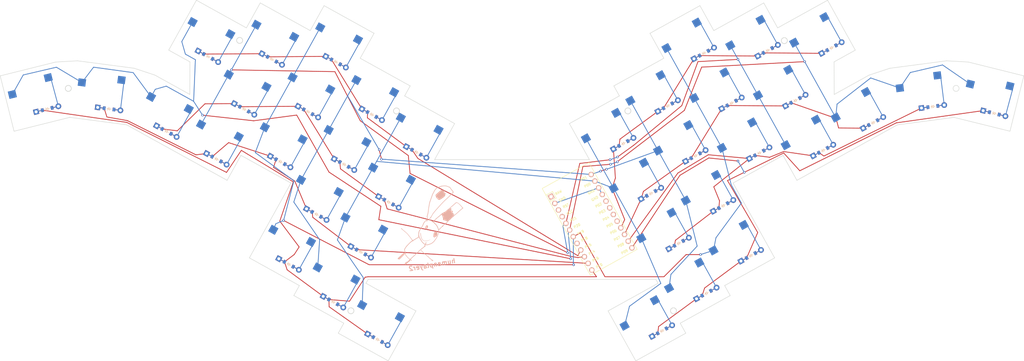
<source format=kicad_pcb>
(kicad_pcb (version 20240108) (generator "pcbnew") (generator_version "8.0")
  (title_block (title "laserraven") (rev "1.0.0") (company "Rasmus K. Rendsvig (humanplayer2)"))
  (layers (0 "F.Cu" signal) (31 "B.Cu" signal) (34 "B.Paste" user) (35 "F.Paste" user) (36 "B.SilkS" user "B.Silkscreen") (37 "F.SilkS" user "F.Silkscreen") (38 "B.Mask" user) (39 "F.Mask" user) (44 "Edge.Cuts" user))
  (net 0 "")
  (net 1 "P20")
  (net 2 "far_home")
  (net 3 "mid_home")
  (net 4 "pinky_home")
  (net 5 "P21")
  (net 6 "ring_bottom")
  (net 7 "ring_home")
  (net 8 "ring_top")
  (net 9 "P19")
  (net 10 "middle_bottom")
  (net 11 "middle_home")
  (net 12 "middle_top")
  (net 13 "P1")
  (net 14 "index_bottom")
  (net 15 "index_home")
  (net 16 "index_top")
  (net 17 "P0")
  (net 18 "inner_bottom")
  (net 19 "inner_home")
  (net 20 "inner_top")
  (net 21 "ring_midtop")
  (net 22 "out_thumb")
  (net 23 "home_thumb")
  (net 24 "in_thumb")
  (net 25 "mirror_far_home")
  (net 26 "mirror_mid_home")
  (net 27 "mirror_pinky_home")
  (net 28 "mirror_ring_bottom")
  (net 29 "mirror_ring_home")
  (net 30 "mirror_ring_top")
  (net 31 "mirror_middle_bottom")
  (net 32 "mirror_middle_home")
  (net 33 "mirror_middle_top")
  (net 34 "mirror_index_bottom")
  (net 35 "mirror_index_home")
  (net 36 "mirror_index_top")
  (net 37 "mirror_inner_bottom")
  (net 38 "mirror_inner_home")
  (net 39 "mirror_inner_top")
  (net 40 "mirror_ring_midtop")
  (net 41 "mirror_out_thumb")
  (net 42 "mirror_home_thumb")
  (net 43 "mirror_in_thumb")
  (net 44 "P10")
  (net 45 "P16")
  (net 46 "P14")
  (net 47 "P15")
  (net 48 "P9")
  (net 49 "P8")
  (net 50 "P7")
  (net 51 "P6")
  (net 52 "RAW")
  (net 53 "GND")
  (net 54 "RST")
  (net 55 "VCC")
  (net 56 "P18")
  (net 57 "P2")
  (net 58 "P3")
  (net 59 "P4")
  (net 60 "P5")
  (footprint "MX" (layer "F.Cu") (at 161.649469 145.223087 -29)
    (property "Reference" "S12" (hide yes))
    (property "Value" "" (hide yes))
  )
  (footprint "ComboDiode" (layer "F.Cu") (at 119.402351 149.245628 -29)
    (property "Reference" "D5" (hide yes))
    (property "Value" "" (hide yes))
  )
  (footprint "ComboDiode" (layer "F.Cu") (at 328.524459 153.743164 29)
    (property "Reference" "D22" (hide yes))
    (property "Value" "" (hide yes))
  )
  (footprint "ComboDiode" (layer "F.Cu") (at 254.684264 177.294476 29)
    (property "Reference" "D33" (hide yes))
    (property "Value" "" (hide yes))
  )
  (footprint "MX" (layer "F.Cu") (at 93.373385 150.824491 -29)
    (property "Reference" "S3" (hide yes))
    (property "Value" "" (hide yes))
  )
  (footprint "ComboDiode" (layer "F.Cu") (at 311.906689 162.954545 29)
    (property "Reference" "D23" (hide yes))
    (property "Value" "" (hide yes))
  )
  (footprint "MX" (layer "F.Cu") (at 152.43809 161.840859 -29)
    (property "Reference" "S11" (hide yes))
    (property "Value" "" (hide yes))
  )
  (footprint "MX" (layer "F.Cu") (at 306.858783 160.035875 29)
    (property "Reference" "S23" (hide yes))
    (property "Value" "" (hide yes))
  )
  (footprint "MX" (layer "F.Cu") (at 119.202544 143.418102 -29)
    (property "Reference" "S5" (hide yes))
    (property "Value" "" (hide yes))
  )
  (footprint "ComboDiode" (layer "F.Cu") (at 134.215137 200.903943 -29)
    (property "Reference" "D17" (hide yes))
    (property "Value" "" (hide yes))
  )
  (footprint "MX" (layer "F.Cu") (at 158.002205 190.993578 -29)
    (property "Reference" "S13" (hide yes))
    (property "Value" "" (hide yes))
  )
  (footprint "MX" (layer "F.Cu") (at 49.769491 145.083926 14)
    (property "Reference" "S1" (hide yes))
    (property "Value" "" (hide yes))
  )
  (footprint "ComboDiode" (layer "F.Cu") (at 163.766131 225.973818 -29)
    (property "Reference" "D19" (hide yes))
    (property "Value" "" (hide yes))
  )
  (footprint "MX" (layer "F.Cu") (at 167.213582 174.375803 -29)
    (property "Reference" "S14" (hide yes))
    (property "Value" "" (hide yes))
  )
  (footprint "ComboDiode" (layer "F.Cu") (at 293.483922 129.718993 29)
    (property "Reference" "D25" (hide yes))
    (property "Value" "" (hide yes))
  )
  (footprint "ComboDiode" (layer "F.Cu") (at 176.624783 163.585558 -29)
    (property "Reference" "D15" (hide yes))
    (property "Value" "" (hide yes))
  )
  (footprint "ComboDiode" (layer "F.Cu") (at 148.990635 213.438877 -29)
    (property "Reference" "D18" (hide yes))
    (property "Value" "" (hide yes))
  )
  (footprint "ComboDiode" (layer "F.Cu") (at 260.24838 148.141763 29)
    (property "Reference" "D31" (hide yes))
    (property "Value" "" (hide yes))
  )
  (footprint "ComboDiode" (layer "F.Cu") (at 152.637902 167.668389 -29)
    (property "Reference" "D11" (hide yes))
    (property "Value" "" (hide yes))
  )
  (footprint "ComboDiode" (layer "F.Cu") (at 290.683223 163.857039 29)
    (property "Reference" "D26" (hide yes))
    (property "Value" "" (hide yes))
  )
  (footprint "MX" (layer "F.Cu") (at 276.423935 144.3206 29)
    (property "Reference" "S27" (hide yes))
    (property "Value" "" (hide yes))
  )
  (footprint "MX" (layer "F.Cu") (at 149.637387 127.702826 -29)
    (property "Reference" "S9" (hide yes))
    (property "Value" "" (hide yes))
  )
  (footprint "MX" (layer "F.Cu") (at 268.05912 207.611356 29)
    (property "Reference" "S37" (hide yes))
    (property "Value" "" (hide yes))
  )
  (footprint "MX" (layer "F.Cu") (at 134.015324 195.076417 -29)
    (property "Reference" "S17" (hide yes))
    (property "Value" "" (hide yes))
  )
  (footprint "ComboDiode" (layer "F.Cu") (at 281.47184 147.239266 29)
    (property "Reference" "D27" (hide yes))
    (property "Value" "" (hide yes))
  )
  (footprint "ComboDiode" (layer "F.Cu") (at 263.895643 193.912246 29)
    (property "Reference" "D32" (hide yes))
    (property "Value" "" (hide yes))
  )
  (footprint "MX" (layer "F.Cu") (at 131.214626 160.938372 -29)
    (property "Reference" "S7" (hide yes))
    (property "Value" "" (hide yes))
  )
  (footprint "MX" (layer "F.Cu") (at 249.636354 174.375804 29)
    (property "Reference" "S33" (hide yes))
    (property "Value" "" (hide yes))
  )
  (footprint "MX" (layer "F.Cu") (at 344.733564 143.814984 7.5)
    (property "Reference" "S21" (hide yes))
    (property "Value" "" (hide yes))
  )
  (footprint "MX" (layer "F.Cu") (at 323.476557 150.824493 29)
    (property "Reference" "S22" (hide yes))
    (property "Value" "" (hide yes))
  )
  (footprint "ComboDiode" (layer "F.Cu") (at 131.414437 166.765899 -29)
    (property "Reference" "D7" (hide yes))
    (property "Value" "" (hide yes))
  )
  (footprint "MX" (layer "F.Cu") (at 288.436018 126.800328 29)
    (property "Reference" "S25" (hide yes))
    (property "Value" "" (hide yes))
  )
  (footprint "MX" (layer "F.Cu") (at 128.413923 126.800323 -29)
    (property "Reference" "S6" (hide yes))
    (property "Value" "" (hide yes))
  )
  (footprint "MX" (layer "F.Cu") (at 297.647398 143.418098 29)
    (property "Reference" "S24" (hide yes))
    (property "Value" "" (hide yes))
  )
  (footprint "MX" (layer "F.Cu") (at 143.22671 178.458644 -29)
    (property "Reference" "S10" (hide yes))
    (property "Value" "" (hide yes))
  )
  (footprint "ComboDiode" (layer "F.Cu") (at 74.438082 149.163783 -7.5)
    (property "Reference" "D2" (hide yes))
    (property "Value" "" (hide yes))
  )
  (footprint "MX" (layer "F.Cu") (at 273.623234 178.458642 29)
    (property "Reference" "S29" (hide yes))
    (property "Value" "" (hide yes))
  )
  (footprint "ComboDiode" (layer "F.Cu") (at 245.472881 160.676698 29)
    (property "Reference" "D34" (hide yes))
    (property "Value" "" (hide yes))
  )
  (footprint "ComboDiode" (layer "F.Cu") (at 258.33153 223.064956 29)
    (property "Reference" "D38" (hide yes))
    (property "Value" "" (hide yes))
  )
  (footprint "MX" (layer "F.Cu") (at 367.08045 145.083931 -14)
    (property "Reference" "S20" (hide yes))
    (property "Value" "" (hide yes))
  )
  (footprint "ComboDiode" (layer "F.Cu") (at 140.625815 150.148123 -29)
    (property "Reference" "D8" (hide yes))
    (property "Value" "" (hide yes))
  )
  (footprint "MX" (layer "F.Cu") (at 240.42497 157.758031 29)
    (property "Reference" "S34" (hide yes))
    (property "Value" "" (hide yes))
  )
  (footprint "MX" (layer "F.Cu") (at 109.991156 160.035875 -29)
    (property "Reference" "S4" (hide yes))
    (property "Value" "" (hide yes))
  )
  (footprint "ComboDiode" (layer "F.Cu") (at 128.613737 132.627856 -29)
    (property "Reference" "D6" (hide yes))
    (property "Value" "" (hide yes))
  )
  (footprint "ComboDiode" (layer "F.Cu") (at 93.573197 156.652021 -29)
    (property "Reference" "D3" (hide yes))
    (property "Value" "" (hide yes))
  )
  (footprint "MX" (layer "F.Cu") (at 258.847738 190.993577 29)
    (property "Reference" "S32" (hide yes))
    (property "Value" "" (hide yes))
  )
  (footprint "MX" (layer "F.Cu") (at 107.19046 125.897831 -29)
    (property "Reference" "S16" (hide yes))
    (property "Value" "" (hide yes))
  )
  (footprint "ComboDiode" (layer "F.Cu") (at 287.882525 197.995087 29)
    (property "Reference" "D36" (hide yes))
    (property "Value" "" (hide yes))
  )
  (footprint "ComboDiode" (layer "F.Cu") (at 149.837204 133.530349 -29)
    (property "Reference" "D9" (hide yes))
    (property "Value" "" (hide yes))
  )
  (footprint "MX" (layer "F.Cu") (at 267.212552 127.702825 29)
    (property "Reference" "S28" (hide yes))
    (property "Value" "" (hide yes))
  )
  (footprint "silkscreens:kanin_hp2" (layer "F.Cu") (at 181.130944 189.064595 -45)
    (property "Reference" "humanplayer2")
    (property "Value" "LOGO" (hide yes))
  )
  (footprint "ComboDiode" (layer "F.Cu") (at 161.849283 151.050614 -29)
    (property "Reference" "D12" (hide yes))
    (property "Value" "" (hide yes))
  )
  (footprint "ComboDiode" (layer "F.Cu") (at 107.390271 131.725359 -29)
    (property "Reference" "D16" (hide yes))
    (property "Value" "" (hide yes))
  )
  (footprint "ComboDiode" (layer "F.Cu") (at 158.202018 196.8211 -29)
    (property "Reference" "D13" (hide yes))
    (property "Value" "" (hide yes))
  )
  (footprint "ComboDiode" (layer "F.Cu") (at 302.695307 146.33677 29)
    (property "Reference" "D24" (hide yes))
    (property "Value" "" (hide yes))
  )
  (footprint "MX" (layer "F.Cu") (at 285.635319 160.938371 29)
    (property "Reference" "S26" (hide yes))
    (property "Value" "" (hide yes))
  )
  (footprint "MX" (layer "F.Cu") (at 163.566324 220.146293 -29)
    (property "Reference" "S19" (hide yes))
    (property "Value" "" (hide yes))
  )
  (footprint "ComboDiode" (layer "F.Cu") (at 272.260458 130.621492 29)
    (property "Reference" "D28" (hide yes))
    (property "Value" "" (hide yes))
  )
  (footprint "MX" (layer "F.Cu") (at 264.411853 161.840867 29)
    (property "Reference" "S30" (hide yes))
    (property "Value" "" (hide yes))
  )
  (footprint "ComboDiode" (layer "F.Cu") (at 53.889991 149.209645 14)
    (property "Reference" "D1" (hide yes))
    (property "Value" "" (hide yes))
  )
  (footprint "ComboDiode" (layer "F.Cu") (at 314.70739 128.816501 29)
    (property "Reference" "D35" (hide yes))
    (property "Value" "" (hide yes))
  )
  (footprint "MX" (layer "F.Cu") (at 309.659485 125.897826 29)
    (property "Reference" "S35" (hide yes))
    (property "Value" "" (hide yes))
  )
  (footprint "MX" (layer "F.Cu") (at 176.42497 157.758029 -29)
    (property "Reference" "S15" (hide yes))
    (property "Value" "" (hide yes))
  )
  (footprint "ProMicro" (layer "F.Cu") (at 234.860856 186.910739 -61)
    (property "Reference" "MCU1" (hide yes))
    (property "Value" "" (hide yes))
  )
  (footprint "MX" (layer "F.Cu") (at 72.116378 143.814985 -7.5)
    (property "Reference" "S2" (hide yes))
    (property "Value" "" (hide yes))
  )
  (footprint "ComboDiode" (layer "F.Cu") (at 143.426521 184.286172 -29)
    (property "Reference" "D10" (hide yes))
    (property "Value" "" (hide yes))
  )
  (footprint "ComboDiode" (layer "F.Cu") (at 348.360528 148.380627 7.5)
    (property "Reference" "D21" (hide yes))
    (property "Value" "" (hide yes))
  )
  (footprint "MX" (layer "F.Cu") (at 253.283626 220.146291 29)
    (property "Reference" "S38" (hide yes))
    (property "Value" "" (hide yes))
  )
  (footprint "MX" (layer "F.Cu") (at 140.426006 144.320596 -29)
    (property "Reference" "S8" (hide yes))
    (property "Value" "" (hide yes))
  )
  (footprint "MX" (layer "F.Cu") (at 255.200467 145.223093 29)
    (property "Reference" "S31" (hide yes))
    (property "Value" "" (hide yes))
  )
  (footprint "ComboDiode" (layer "F.Cu") (at 110.190971 165.8634 -29)
    (property "Reference" "D4" (hide yes))
    (property "Value" "" (hide yes))
  )
  (footprint "ComboDiode" (layer "F.Cu") (at 278.671144 181.377313 29)
    (property "Reference" "D29" (hide yes))
    (property "Value" "" (hide yes))
  )
  (footprint "ComboDiode" (layer "F.Cu") (at 273.107029 210.53002 29)
    (property "Reference" "D37" (hide yes))
    (property "Value" "" (hide yes))
  )
  (footprint "MX" (layer "F.Cu") (at 148.79082 207.611352 -29)
    (property "Reference" "S18" (hide yes))
    (property "Value" "" (hide yes))
  )
  (footprint "ComboDiode" (layer "F.Cu") (at 167.413398 180.203327 -29)
    (property "Reference" "D14" (hide yes))
    (property "Value" "" (hide yes))
  )
  (footprint "ComboDiode" (layer "F.Cu") (at 368.781726 150.661174 -14)
    (property "Reference" "D20" (hide yes))
    (property "Value" "" (hide yes))
  )
  (footprint "ComboDiode" (layer "F.Cu") (at 269.459758 164.759538 29)
    (property "Reference" "D30" (hide yes))
    (property "Value" "" (hide yes))
  )
  (footprint "MX" (layer "F.Cu") (at 282.834617 195.076415 29)
    (property "Reference" "S36" (hide yes))
    (property "Value" "" (hide yes))
  )
  (gr_line (start 145.934194 114.788245) (end 141.328504 123.097126) (stroke (width 0.15)) (layer "Edge.Cuts"))
  (gr_line (start 298.5499 164.641569) (end 303.155584 172.950451) (stroke (width 0.15)) (layer "Edge.Cuts"))
  (gr_line (start 56.689045 133.567862) (end 38.253423 138.164377) (stroke (width 0.15)) (layer "Edge.Cuts"))
  (gr_line (start 234.168799 166.066916) (end 182.681137 166.066917) (stroke (width 0.15)) (layer "Edge.Cuts"))
  (gr_line (start 189.339551 154.054832) (end 172.721776 144.843452) (stroke (width 0.15)) (layer "Edge.Cuts"))
  (gr_line (start 336.554833 154.473709) (end 303.155584 172.950451) (stroke (width 0.15)) (layer "Edge.Cuts"))
  (gr_line (start 120.105035 122.194632) (end 103.487262 112.983253) (stroke (width 0.15)) (layer "Edge.Cuts"))
  (gr_line (start 352.912287 133.156259) (end 334.074834 135.636254) (stroke (width 0.15)) (layer "Edge.Cuts"))
  (gr_line (start 150.651739 223.849481) (end 167.269519 233.060868) (stroke (width 0.15)) (layer "Edge.Cuts"))
  (gr_line (start 292.139212 113.885749) (end 275.52144 123.097126) (stroke (width 0.15)) (layer "Edge.Cuts"))
  (gr_line (start 118.300044 164.641566) (end 134.917822 173.852948) (stroke (width 0.15)) (layer "Edge.Cuts"))
  (gr_line (start 327.179756 137.909914) (end 315.547311 144.357878) (stroke (width 0.15)) (layer "Edge.Cuts"))
  (gr_line (start 266.198205 223.849482) (end 264.355924 220.525931) (stroke (width 0.15)) (layer "Edge.Cuts"))
  (gr_line (start 336.554833 154.473709) (end 355.392289 151.993711) (stroke (width 0.15)) (layer "Edge.Cuts"))
  (gr_line (start 244.128168 144.843453) (end 227.510393 154.054834) (stroke (width 0.15)) (layer "Edge.Cuts"))
  (gr_line (start 182.681137 166.066917) (end 189.339551 154.054832) (stroke (width 0.15)) (layer "Edge.Cuts"))
  (gr_line (start 162.551968 123.99963) (end 145.934194 114.788245) (stroke (width 0.15)) (layer "Edge.Cuts"))
  (gr_line (start 270.915749 114.788248) (end 254.297972 123.999628) (stroke (width 0.15)) (layer "Edge.Cuts"))
  (gr_line (start 295.749192 198.779607) (end 281.932121 173.85295) (stroke (width 0.15)) (layer "Edge.Cuts"))
  (gr_line (start 141.328504 123.097126) (end 124.710728 113.885748) (stroke (width 0.15)) (layer "Edge.Cuts"))
  (gr_line (start 94.275877 129.60103) (end 103.487262 112.983253) (stroke (width 0.15)) (layer "Edge.Cuts"))
  (gr_line (start 315.547311 144.357878) (end 315.51151 133.515866) (stroke (width 0.15)) (layer "Edge.Cuts"))
  (gr_line (start 280.973696 211.314551) (end 279.13142 207.990994) (stroke (width 0.15)) (layer "Edge.Cuts"))
  (gr_line (start 275.52144 123.097126) (end 270.915749 114.788248) (stroke (width 0.15)) (layer "Edge.Cuts"))
  (gr_line (start 134.917822 173.852948) (end 121.100743 198.779613) (stroke (width 0.15)) (layer "Edge.Cuts"))
  (gr_line (start 360.160893 133.567863) (end 352.912287 133.156259) (stroke (width 0.15)) (layer "Edge.Cuts"))
  (gr_line (start 227.510393 154.054834) (end 234.168799 166.066916) (stroke (width 0.15)) (layer "Edge.Cuts"))
  (gr_line (start 242.28589 141.519895) (end 244.128168 144.843453) (stroke (width 0.15)) (layer "Edge.Cuts"))
  (gr_circle (center 262.113172 216.387308) (end 263.113171 216.387308) (stroke (width 0.2)) (fill none) (layer "Edge.Cuts"))
  (gr_line (start 101.338438 133.515856) (end 101.302636 144.357882) (stroke (width 0.15)) (layer "Edge.Cuts"))
  (gr_circle (center 170.018455 149.844604) (end 171.018454 149.844604) (stroke (width 0.2)) (fill none) (layer "Edge.Cuts"))
  (gr_circle (center 60.890959 142.341843) (end 61.890958 142.341843) (stroke (width 0.2)) (fill none) (layer "Edge.Cuts"))
  (gr_line (start 258.903667 132.308513) (end 242.28589 141.519895) (stroke (width 0.15)) (layer "Edge.Cuts"))
  (gr_line (start 135.876245 211.314547) (end 152.49402 220.525932) (stroke (width 0.15)) (layer "Edge.Cuts"))
  (gr_line (start 101.338438 133.515856) (end 94.275877 129.60103) (stroke (width 0.15)) (layer "Edge.Cuts"))
  (gr_line (start 256.986813 207.231709) (end 256.27612 205.949578) (stroke (width 0.15)) (layer "Edge.Cuts"))
  (gr_line (start 281.932121 173.85295) (end 298.5499 164.641569) (stroke (width 0.15)) (layer "Edge.Cuts"))
  (gr_line (start 334.074834 135.636254) (end 327.179756 137.909914) (stroke (width 0.15)) (layer "Edge.Cuts"))
  (gr_line (start 80.295109 154.473709) (end 113.694356 172.950453) (stroke (width 0.15)) (layer "Edge.Cuts"))
  (gr_line (start 240.369041 216.443099) (end 249.580424 233.060867) (stroke (width 0.15)) (layer "Edge.Cuts"))
  (gr_line (start 355.392289 151.993711) (end 374 156.6) (stroke (width 0.15)) (layer "Edge.Cuts"))
  (gr_circle (center 154.856959 216.387308) (end 155.856958 216.387308) (stroke (width 0.2)) (fill none) (layer "Edge.Cuts"))
  (gr_line (start 176.480902 216.443095) (end 159.863125 207.231707) (stroke (width 0.15)) (layer "Edge.Cuts"))
  (gr_line (start 42.849946 156.599998) (end 38.253423 138.164377) (stroke (width 0.15)) (layer "Edge.Cuts"))
  (gr_line (start 296.744907 122.194639) (end 292.139212 113.885749) (stroke (width 0.15)) (layer "Edge.Cuts"))
  (gr_line (start 124.710728 113.885748) (end 120.105035 122.194632) (stroke (width 0.15)) (layer "Edge.Cuts"))
  (gr_line (start 256.27612 205.949578) (end 160.573825 205.949571) (stroke (width 0.15)) (layer "Edge.Cuts"))
  (gr_line (start 279.13142 207.990994) (end 295.749192 198.779607) (stroke (width 0.15)) (layer "Edge.Cuts"))
  (gr_line (start 315.51151 133.515866) (end 322.57406 129.601029) (stroke (width 0.15)) (layer "Edge.Cuts"))
  (gr_line (start 42.849946 156.599998) (end 61.285562 152.003483) (stroke (width 0.15)) (layer "Edge.Cuts"))
  (gr_line (start 378.596517 138.164381) (end 374 156.6) (stroke (width 0.15)) (layer "Edge.Cuts"))
  (gr_line (start 322.57406 129.601029) (end 313.362679 112.98325) (stroke (width 0.15)) (layer "Edge.Cuts"))
  (gr_circle (center 356.079173 142.341843) (end 356.953791 141.857033) (stroke (width 0.15)) (fill none) (layer "Edge.Cuts"))
  (gr_line (start 82.775103 135.636256) (end 63.937648 133.156255) (stroke (width 0.15)) (layer "Edge.Cuts"))
  (gr_line (start 254.297972 123.999628) (end 258.903667 132.308513) (stroke (width 0.15)) (layer "Edge.Cuts"))
  (gr_line (start 167.269519 233.060868) (end 176.480902 216.443095) (stroke (width 0.15)) (layer "Edge.Cuts"))
  (gr_circle (center 117.862285 126.364899) (end 118.862286 126.364899) (stroke (width 0.2)) (fill none) (layer "Edge.Cuts"))
  (gr_line (start 249.580424 233.060867) (end 266.198205 223.849482) (stroke (width 0.15)) (layer "Edge.Cuts"))
  (gr_circle (center 246.951676 149.844604) (end 247.951677 149.844604) (stroke (width 0.2)) (fill none) (layer "Edge.Cuts"))
  (gr_line (start 61.285562 152.003483) (end 61.457653 151.993711) (stroke (width 0.15)) (layer "Edge.Cuts"))
  (gr_line (start 159.863125 207.231707) (end 160.573825 205.949571) (stroke (width 0.15)) (layer "Edge.Cuts"))
  (gr_line (start 137.718515 207.990992) (end 135.876245 211.314547) (stroke (width 0.15)) (layer "Edge.Cuts"))
  (gr_line (start 152.49402 220.525932) (end 150.651739 223.849481) (stroke (width 0.15)) (layer "Edge.Cuts"))
  (gr_line (start 172.721776 144.843452) (end 174.564054 141.519895) (stroke (width 0.15)) (layer "Edge.Cuts"))
  (gr_line (start 121.100743 198.779613) (end 137.718515 207.990992) (stroke (width 0.15)) (layer "Edge.Cuts"))
  (gr_line (start 256.986813 207.231709) (end 240.369041 216.443099) (stroke (width 0.15)) (layer "Edge.Cuts"))
  (gr_line (start 157.946276 132.308514) (end 162.551968 123.99963) (stroke (width 0.15)) (layer "Edge.Cuts"))
  (gr_line (start 80.295109 154.473709) (end 61.457653 151.993711) (stroke (width 0.15)) (layer "Edge.Cuts"))
  (gr_line (start 113.694356 172.950453) (end 118.300044 164.641566) (stroke (width 0.15)) (layer "Edge.Cuts"))
  (gr_line (start 63.937648 133.156255) (end 56.689045 133.567862) (stroke (width 0.15)) (layer "Edge.Cuts"))
  (gr_line (start 313.362679 112.98325) (end 296.744907 122.194639) (stroke (width 0.15)) (layer "Edge.Cuts"))
  (gr_line (start 89.670187 137.909913) (end 82.775103 135.636256) (stroke (width 0.15)) (layer "Edge.Cuts"))
  (gr_circle (center 298.976651 126.437621) (end 299.976652 126.437621) (stroke (width 0.2)) (fill none) (layer "Edge.Cuts"))
  (gr_line (start 174.564054 141.519895) (end 157.946276 132.308514) (stroke (width 0.15)) (layer "Edge.Cuts"))
  (gr_line (start 101.302636 144.357882) (end 89.670187 137.909913) (stroke (width 0.15)) (layer "Edge.Cuts"))
  (gr_line (start 264.355924 220.525931) (end 280.973696 211.314551) (stroke (width 0.15)) (layer "Edge.Cuts"))
  (gr_line (start 360.160893 133.567863) (end 378.596517 138.164381) (stroke (width 0.15)) (layer "Edge.Cuts"))
  (segment (start 271.491264 135.25668) (end 305.732255 133.426903) (width 0.25) (layer "F.Cu") (net 1))
  (segment (start 227.930943 199.064595) (end 164.130943 186.064595) (width 0.25) (layer "F.Cu") (net 1))
  (segment (start 227.580545 189.49422) (end 231.986641 168.359322) (width 0.25) (layer "F.Cu") (net 1))
  (segment (start 164.130943 186.064595) (end 164.161397 185.864594) (width 0.25) (layer "F.Cu") (net 1))
  (segment (start 231.986641 168.359322) (end 241.175722 167.610475) (width 0.25) (layer "F.Cu") (net 1))
  (segment (start 164.161397 185.864594) (end 164.811263 181.596739) (width 0.25) (layer "F.Cu") (net 1))
  (segment (start 147.569792 170.210272) (end 164.811263 181.596739) (width 0.25) (layer "F.Cu") (net 1))
  (segment (start 265.746961 149.645672) (end 243.118885 166.990705) (width 0.25) (layer "F.Cu") (net 1))
  (segment (start 265.746961 149.645672) (end 271.491264 135.25668) (width 0.25) (layer "F.Cu") (net 1))
  (segment (start 122.513745 153.120086) (end 136.828696 151.222148) (width 0.25) (layer "F.Cu") (net 1))
  (segment (start 136.828696 151.222148) (end 147.569792 170.210272) (width 0.25) (layer "F.Cu") (net 1))
  (segment (start 105.530944 151.264594) (end 122.513745 153.120086) (width 0.25) (layer "F.Cu") (net 1))
  (via (at 243.468733 166.796782) (size 0.8) (drill 0.4) (layers "F.Cu" "B.Cu") (net 1))
  (via (at 227.930943 199.064595) (size 0.8) (drill 0.4) (layers "F.Cu" "B.Cu") (net 1))
  (via (at 305.732255 133.426903) (size 0.8) (drill 0.4) (layers "F.Cu" "B.Cu") (net 1))
  (via (at 241.175722 167.610475) (size 0.8) (drill 0.4) (layers "F.Cu" "B.Cu") (net 1))
  (via (at 105.530944 151.264594) (size 0.8) (drill 0.4) (layers "F.Cu" "B.Cu") (net 1))
  (segment (start 102.55734 146.631487) (end 105.530944 151.264594) (width 0.25) (layer "B.Cu") (net 1))
  (segment (start 69.289678 135.279713) (end 82.462048 137.09318) (width 0.25) (layer "B.Cu") (net 1))
  (segment (start 316.04846 152.037838) (end 316.508355 147.576643) (width 0.25) (layer "B.Cu") (net 1))
  (segment (start 227.130944 190.664595) (end 227.580545 189.49422) (width 0.25) (layer "B.Cu") (net 1))
  (segment (start 89.811692 142.635972) (end 88.408121 145.168083) (width 0.25) (layer "B.Cu") (net 1))
  (segment (start 340.858819 137.051681) (end 351.584219 134.536558) (width 0.25) (layer "B.Cu") (net 1))
  (segment (start 99.822783 130.938105) (end 103.146338 132.780381) (width 0.25) (layer "B.Cu") (net 1))
  (segment (start 56.93493 135.29149) (end 65.423527 140.371936) (width 0.25) (layer "B.Cu") (net 1))
  (segment (start 327.686451 138.865146) (end 337.377641 142.221492) (width 0.25) (layer "B.Cu") (net 1))
  (segment (start 102.225197 120.241421) (end 98.620353 126.744731) (width 0.25) (layer "B.Cu") (net 1))
  (segment (start 337.377641 142.221492) (end 340.858819 137.051681) (width 0.25) (layer "B.Cu") (net 1))
  (segment (start 227.580545 189.49422) (end 227.530944 189.54382) (width 0.25) (layer "B.Cu") (net 1))
  (segment (start 103.146338 132.780381) (end 102.55734 146.631487) (width 0.25) (layer "B.Cu") (net 1))
  (segment (start 93.461297 141.589466) (end 89.811692 142.635972) (width 0.25) (layer "B.Cu") (net 1))
  (segment (start 45.903569 137.866197) (end 56.93493 135.29149) (width 0.25) (layer "B.Cu") (net 1))
  (segment (start 227.930943 199.064595) (end 227.130944 190.664595) (width 0.25) (layer "B.Cu") (net 1))
  (segment (start 65.423527 140.371936) (end 69.289678 135.279713) (width 0.25) (layer "B.Cu") (net 1))
  (segment (start 351.584219 134.536558) (end 360.820387 140.905364) (width 0.25) (layer "B.Cu") (net 1))
  (segment (start 82.462048 137.09318) (end 88.408121 145.168083) (width 0.25) (layer "B.Cu") (net 1))
  (segment (start 243.468733 166.796782) (end 241.175722 167.610475) (width 0.25) (layer "B.Cu") (net 1))
  (segment (start 316.508355 147.576643) (end 327.686451 138.865146) (width 0.25) (layer "B.Cu") (net 1))
  (segment (start 305.732255 133.426903) (end 316.048461 152.037829) (width 0.25) (layer "B.Cu") (net 1))
  (segment (start 102.55734 146.631487) (end 93.461297 141.589466) (width 0.25) (layer "B.Cu") (net 1))
  (segment (start 98.620353 126.744731) (end 99.822783 130.938105) (width 0.25) (layer "B.Cu") (net 1))
  (segment (start 42.280463 144.333393) (end 45.903569 137.866197) (width 0.25) (layer "B.Cu") (net 1))
  (segment (start 302.231387 127.111169) (end 305.732255 133.426903) (width 0.25) (layer "B.Cu") (net 1))
  (segment (start 316.048461 152.037829) (end 316.048457 152.037838) (width 0.25) (layer "B.Cu") (net 1))
  (segment (start 57.586819 148.287923) (end 55.490982 148.810476) (width 0.25) (layer "F.Cu") (net 2))
  (segment (start 55.178915 139.301505) (end 57.586821 148.287922) (width 0.25) (layer "B.Cu") (net 2))
  (segment (start 54.208999 138.741517) (end 55.178915 139.301505) (width 0.25) (layer "B.Cu") (net 2))
  (segment (start 57.586821 148.287922) (end 55.53715 148.83713) (width 0.25) (layer "B.Cu") (net 2))
  (segment (start 55.53715 148.83713) (end 55.490982 148.810474) (width 0.25) (layer "B.Cu") (net 2))
  (segment (start 76.073967 149.379149) (end 78.215486 149.661089) (width 0.25) (layer "F.Cu") (net 3))
  (segment (start 76.090378 149.400158) (end 76.073968 149.37916) (width 0.25) (layer "B.Cu") (net 3))
  (segment (start 79.337665 140.521661) (end 78.215489 149.661095) (width 0.25) (layer "B.Cu") (net 3))
  (segment (start 78.215489 149.661095) (end 76.090378 149.400158) (width 0.25) (layer "B.Cu") (net 3))
  (segment (start 78.571469 139.540976) (end 79.337665 140.521661) (width 0.25) (layer "B.Cu") (net 3))
  (segment (start 95.016319 157.451955) (end 96.905499 158.499145) (width 0.25) (layer "F.Cu") (net 4))
  (segment (start 96.905499 158.499154) (end 95.016322 157.451957) (width 0.25) (layer "B.Cu") (net 4))
  (segment (start 95.016322 157.451957) (end 95.016315 157.451959) (width 0.25) (layer "B.Cu") (net 4))
  (segment (start 101.323083 150.529613) (end 96.905499 158.499154) (width 0.25) (layer "B.Cu") (net 4))
  (segment (start 100.945744 149.213677) (end 101.323083 150.529613) (width 0.25) (layer "B.Cu") (net 4))
  (segment (start 173.944683 164.707079) (end 174.530944 170.664594) (width 0.25) (layer "F.Cu") (net 5))
  (segment (start 115.118455 136.171992) (end 149.535112 136.772215) (width 0.25) (layer "F.Cu") (net 5))
  (segment (start 270.399278 133.42111) (end 270.249758 133.42948) (width 0.25) (layer "F.Cu") (net 5))
  (segment (start 174.530944 170.664594) (end 226.930944 197.064593) (width 0.25) (layer "F.Cu") (net 5))
  (segment (start 264.874305 148.071356) (end 248.874339 161.285024) (width 0.25) (layer "F.Cu") (net 5))
  (segment (start 270.249758 133.42948) (end 264.874305 148.071356) (width 0.25) (layer "F.Cu") (net 5))
  (segment (start 283.55709 132.684558) (end 270.399278 133.42111) (width 0.25) (layer "F.Cu") (net 5))
  (segment (start 226.349128 187.272685) (end 230.958059 167.328779) (width 0.25) (layer "F.Cu") (net 5))
  (segment (start 157.965683 153.105725) (end 173.944683 164.707079) (width 0.25) (layer "F.Cu") (net 5))
  (segment (start 248.874339 161.285024) (end 243.489698 165.184465) (width 0.25) (layer "F.Cu") (net 5))
  (segment (start 230.958059 167.328779) (end 241.021763 166.095122) (width 0.25) (layer "F.Cu") (net 5))
  (segment (start 149.535112 136.772215) (end 157.965683 153.105725) (width 0.25) (layer "F.Cu") (net 5))
  (via (at 243.489698 165.184465) (size 0.8) (drill 0.4) (layers "F.Cu" "B.Cu") (net 5))
  (via (at 226.930944 197.064593) (size 0.8) (drill 0.4) (layers "F.Cu" "B.Cu") (net 5))
  (via (at 283.55709 132.684558) (size 0.8) (drill 0.4) (layers "F.Cu" "B.Cu") (net 5))
  (via (at 115.118455 136.171992) (size 0.8) (drill 0.4) (layers "F.Cu" "B.Cu") (net 5))
  (via (at 241.021763 166.095122) (size 0.8) (drill 0.4) (layers "F.Cu" "B.Cu") (net 5))
  (segment (start 115.294041 135.85523) (end 105.025892 154.379462) (width 0.25) (layer "B.Cu") (net 5))
  (segment (start 105.025892 154.379462) (end 105.025893 154.37946) (width 0.25) (layer "B.Cu") (net 5))
  (segment (start 226.930944 197.064593) (end 225.330944 188.064593) (width 0.25) (layer "B.Cu") (net 5))
  (segment (start 241.021763 166.095122) (end 243.489698 165.184465) (width 0.25) (layer "B.Cu") (net 5))
  (segment (start 281.007921 128.013674) (end 283.570709 132.637062) (width 0.25) (layer "B.Cu") (net 5))
  (segment (start 283.570709 132.637062) (end 283.55709 132.684558) (width 0.25) (layer "B.Cu") (net 5))
  (segment (start 225.330944 188.064593) (end 226.349128 187.272685) (width 0.25) (layer "B.Cu") (net 5))
  (segment (start 123.448658 121.143912) (end 115.294041 135.85523) (width 0.25) (layer "B.Cu") (net 5))
  (segment (start 283.55709 132.684558) (end 283.604586 132.698178) (width 0.25) (layer "B.Cu") (net 5))
  (segment (start 283.604586 132.698178) (end 299.430686 161.249218) (width 0.25) (layer "B.Cu") (net 5))
  (segment (start 111.634093 166.663336) (end 113.523272 167.710525) (width 0.25) (layer "F.Cu") (net 6))
  (segment (start 117.940854 159.740995) (end 113.523272 167.710529) (width 0.25) (layer "B.Cu") (net 6))
  (segment (start 117.563521 158.425064) (end 117.940854 159.740995) (width 0.25) (layer "B.Cu") (net 6))
  (segment (start 111.634092 166.663338) (end 111.634092 166.663335) (width 0.25) (layer "B.Cu") (net 6))
  (segment (start 113.523272 167.710529) (end 111.634092 166.663338) (width 0.25) (layer "B.Cu") (net 6))
  (segment (start 122.734654 151.092752) (end 120.845475 150.045565) (width 0.25) (layer "F.Cu") (net 7))
  (segment (start 127.152238 143.123216) (end 122.734656 151.092752) (width 0.25) (layer "B.Cu") (net 7))
  (segment (start 120.845475 150.045564) (end 122.734656 151.092752) (width 0.25) (layer "B.Cu") (net 7))
  (segment (start 126.774905 141.807291) (end 127.152238 143.123216) (width 0.25) (layer "B.Cu") (net 7))
  (segment (start 130.056859 133.427791) (end 131.946037 134.474981) (width 0.25) (layer "F.Cu") (net 8))
  (segment (start 135.986284 125.189516) (end 136.363623 126.505445) (width 0.25) (layer "B.Cu") (net 8))
  (segment (start 131.946036 134.474981) (end 130.056858 133.427786) (width 0.25) (layer "B.Cu") (net 8))
  (segment (start 136.363623 126.505445) (end 131.946036 134.474981) (width 0.25) (layer "B.Cu") (net 8))
  (segment (start 130.056858 133.427786) (end 130.056858 133.42779) (width 0.25) (layer "B.Cu") (net 8))
  (segment (start 231.130942 190.464594) (end 228.811962 191.715756) (width 0.25) (layer "F.Cu") (net 9))
  (segment (start 271.101543 197.671169) (end 266.324368 197.671169) (width 0.25) (layer "F.Cu") (net 9))
  (segment (start 266.324368 197.671169) (end 258.930943 205.064594) (width 0.25) (layer "F.Cu") (net 9))
  (segment (start 160.930944 201.064593) (end 132.471918 186.30916) (width 0.25) (layer "F.Cu") (net 9))
  (segment (start 258.930943 205.064594) (end 239.330944 205.064595) (width 0.25) (layer "F.Cu") (net 9))
  (segment (start 228.930944 201.064594) (end 160.930944 201.064593) (width 0.25) (layer "F.Cu") (net 9))
  (segment (start 239.330944 205.064595) (end 231.130942 190.464594) (width 0.25) (layer "F.Cu") (net 9))
  (via (at 228.930944 201.064594) (size 0.8) (drill 0.4) (layers "F.Cu" "B.Cu") (net 9))
  (via (at 271.101543 197.671169) (size 0.8) (drill 0.4) (layers "F.Cu" "B.Cu") (net 9))
  (via (at 132.471918 186.30916) (size 0.8) (drill 0.4) (layers "F.Cu" "B.Cu") (net 9))
  (segment (start 228.811962 200.945611) (end 228.930944 201.064594) (width 0.25) (layer "B.Cu") (net 9))
  (segment (start 126.249362 155.281961) (end 123.048328 163.706599) (width 0.25) (layer "B.Cu") (net 9))
  (segment (start 278.207221 162.151713) (end 278.207221 162.151713) (width 0.25) (layer "B.Cu") (net 9))
  (segment (start 228.811962 191.715756) (end 228.811962 200.945611) (width 0.25) (layer "B.Cu") (net 9))
  (segment (start 144.672121 122.046414) (end 126.249359 155.281958) (width 0.25) (layer "B.Cu") (net 9))
  (segment (start 276.235261 192.081451) (end 275.406519 196.289758) (width 0.25) (layer "B.Cu") (net 9))
  (segment (start 132.471918 186.30916) (end 135.897698 173.115828) (width 0.25) (layer "B.Cu") (net 9))
  (segment (start 129.899116 187.398411) (end 132.471918 186.30916) (width 0.25) (layer "B.Cu") (net 9))
  (segment (start 259.784457 128.916166) (end 278.207221 162.151713) (width 0.25) (layer "B.Cu") (net 9))
  (segment (start 275.406519 196.289758) (end 271.101543 197.671169) (width 0.25) (layer "B.Cu") (net 9))
  (segment (start 284.696462 180.531209) (end 276.235261 192.081451) (width 0.25) (layer "B.Cu") (net 9))
  (segment (start 281.302793 174.408871) (end 284.696462 180.531209) (width 0.25) (layer "B.Cu") (net 9))
  (segment (start 129.899116 187.398411) (end 129.050061 189.420009) (width 0.25) (layer "B.Cu") (net 9))
  (segment (start 126.249359 155.281958) (end 126.249362 155.281961) (width 0.25) (layer "B.Cu") (net 9))
  (segment (start 123.048328 163.706599) (end 135.897698 173.115828) (width 0.25) (layer "B.Cu") (net 9))
  (segment (start 278.207222 162.151714) (end 281.302793 174.408871) (width 0.25) (layer "B.Cu") (net 9))
  (segment (start 132.857559 167.565836) (end 134.746739 168.613025) (width 0.25) (layer "F.Cu") (net 10))
  (segment (start 134.746739 168.613025) (end 132.85756 167.565836) (width 0.25) (layer "B.Cu") (net 10))
  (segment (start 138.786988 159.327563) (end 139.164321 160.64349) (width 0.25) (layer "B.Cu") (net 10))
  (segment (start 139.164321 160.64349) (end 134.746739 168.613025) (width 0.25) (layer "B.Cu") (net 10))
  (segment (start 132.85756 167.565836) (end 132.85756 167.565836) (width 0.25) (layer "B.Cu") (net 10))
  (segment (start 143.958118 151.995249) (end 142.068939 150.94806) (width 0.25) (layer "F.Cu") (net 11))
  (segment (start 142.068944 150.948057) (end 142.068944 150.948057) (width 0.25) (layer "B.Cu") (net 11))
  (segment (start 143.958118 151.995245) (end 142.068944 150.948057) (width 0.25) (layer "B.Cu") (net 11))
  (segment (start 148.375705 144.025715) (end 143.958118 151.995245) (width 0.25) (layer "B.Cu") (net 11))
  (segment (start 147.998365 142.709782) (end 148.375705 144.025715) (width 0.25) (layer "B.Cu") (net 11))
  (segment (start 151.280328 134.330284) (end 153.169507 135.377472) (width 0.25) (layer "F.Cu") (net 12))
  (segment (start 153.169501 135.377478) (end 151.280328 134.330286) (width 0.25) (layer "B.Cu") (net 12))
  (segment (start 157.209749 126.092012) (end 157.58709 127.407941) (width 0.25) (layer "B.Cu") (net 12))
  (segment (start 151.280328 134.330286) (end 151.280328 134.330281) (width 0.25) (layer "B.Cu") (net 12))
  (segment (start 157.58709 127.407941) (end 153.169501 135.377478) (width 0.25) (layer "B.Cu") (net 12))
  (segment (start 164.26883 162.773728) (end 165.02945 165.939398) (width 0.25) (layer "F.Cu") (net 13))
  (segment (start 239.814331 169.279791) (end 237.871167 169.899561) (width 0.25) (layer "F.Cu") (net 13))
  (via (at 164.26883 162.773728) (size 0.8) (drill 0.4) (layers "F.Cu" "B.Cu") (net 13))
  (via (at 165.02945 165.939398) (size 0.8) (drill 0.4) (layers "F.Cu" "B.Cu") (net 13))
  (via (at 237.871167 169.899561) (size 0.8) (drill 0.4) (layers "F.Cu" "B.Cu") (net 13))
  (via (at 239.814331 169.279791) (size 0.8) (drill 0.4) (layers "F.Cu" "B.Cu") (net 13))
  (segment (start 166.36988 165.996397) (end 165.02945 165.939398) (width 0.25) (layer "B.Cu") (net 13))
  (segment (start 156.684203 139.566679) (end 153.765532 144.832102) (width 0.25) (layer "B.Cu") (net 13))
  (segment (start 239.814331 169.279791) (end 256.983757 163.054209) (width 0.25) (layer "B.Cu") (net 13))
  (segment (start 144.463709 192.727646) (end 135.865586 180.186823) (width 0.25) (layer "B.Cu") (net 13))
  (segment (start 138.26144 172.802219) (end 138.261444 172.802235) (width 0.25) (layer "B.Cu") (net 13))
  (segment (start 143.825554 201.954941) (end 144.463709 192.727646) (width 0.25) (layer "B.Cu") (net 13))
  (segment (start 237.871167 169.899561) (end 234.752665 170.998052) (width 0.25) (layer "B.Cu") (net 13))
  (segment (start 247.77237 146.436436) (end 266.195136 179.671985) (width 0.25) (layer "B.Cu") (net 13))
  (segment (start 261.265841 204.266541) (end 260.631022 208.824697) (width 0.25) (layer "B.Cu") (net 13))
  (segment (start 266.195136 179.671985) (end 269.996964 194.853387) (width 0.25) (layer "B.Cu") (net 13))
  (segment (start 135.865586 180.186823) (end 138.261444 172.802235) (width 0.25) (layer "B.Cu") (net 13))
  (segment (start 153.765532 144.832102) (end 164.26883 162.773728) (width 0.25) (layer "B.Cu") (net 13))
  (segment (start 153.765532 144.832102) (end 138.26144 172.802219) (width 0.25) (layer "B.Cu") (net 13))
  (segment (start 269.996964 194.853387) (end 261.265841 204.266541) (width 0.25) (layer "B.Cu") (net 13))
  (segment (start 234.752665 170.998052) (end 166.36988 165.996397) (width 0.25) (layer "B.Cu") (net 13))
  (segment (start 266.195136 179.671985) (end 266.195138 179.671984) (width 0.25) (layer "B.Cu") (net 13))
  (segment (start 144.869643 185.086108) (end 146.758823 186.133297) (width 0.25) (layer "F.Cu") (net 14))
  (segment (start 150.79907 176.847831) (end 151.176406 178.163765) (width 0.25) (layer "B.Cu") (net 14))
  (segment (start 144.869644 185.086102) (end 144.869644 185.086102) (width 0.25) (layer "B.Cu") (net 14))
  (segment (start 146.758823 186.133298) (end 144.869644 185.086102) (width 0.25) (layer "B.Cu") (net 14))
  (segment (start 151.176406 178.163765) (end 146.758823 186.133298) (width 0.25) (layer "B.Cu") (net 14))
  (segment (start 155.970204 169.515514) (end 154.081025 168.468325) (width 0.25) (layer "F.Cu") (net 15))
  (segment (start 154.081025 168.468328) (end 154.081023 168.468329) (width 0.25) (layer "B.Cu") (net 15))
  (segment (start 160.387791 161.545982) (end 155.970204 169.515516) (width 0.25) (layer "B.Cu") (net 15))
  (segment (start 160.010456 160.230059) (end 160.387791 161.545982) (width 0.25) (layer "B.Cu") (net 15))
  (segment (start 155.970204 169.515516) (end 154.081025 168.468328) (width 0.25) (layer "B.Cu") (net 15))
  (segment (start 163.292407 151.850551) (end 165.181585 152.897739) (width 0.25) (layer "F.Cu") (net 16))
  (segment (start 169.221835 143.612281) (end 169.599169 144.928209) (width 0.25) (layer "B.Cu") (net 16))
  (segment (start 163.29241 151.850552) (end 163.292407 151.850552) (width 0.25) (layer "B.Cu") (net 16))
  (segment (start 169.599169 144.928209) (end 165.181586 152.897741) (width 0.25) (layer "B.Cu") (net 16))
  (segment (start 165.181586 152.897741) (end 163.29241 151.850552) (width 0.25) (layer "B.Cu") (net 16))
  (segment (start 150.3692 192.799724) (end 153.03694 185.337166) (width 0.25) (layer "B.Cu") (net 17))
  (segment (start 232.996874 158.971375) (end 251.419636 192.206921) (width 0.25) (layer "B.Cu") (net 17))
  (segment (start 245.855529 221.359635) (end 247.482887 214.87928) (width 0.25) (layer "B.Cu") (net 17))
  (segment (start 158.967322 205.340549) (end 150.3692 192.799724) (width 0.25) (layer "B.Cu") (net 17))
  (segment (start 251.419641 192.20692) (end 257.902325 207.274323) (width 0.25) (layer "B.Cu") (net 17))
  (segment (start 171.459706 152.10162) (end 163.402054 166.638015) (width 0.25) (layer "B.Cu") (net 17))
  (segment (start 235.984083 173.219589) (end 163.402054 166.638015) (width 0.25) (layer "B.Cu") (net 17))
  (segment (start 163.402054 166.638015) (end 153.03694 185.337166) (width 0.25) (layer "B.Cu") (net 17))
  (segment (start 158.601061 214.489882) (end 158.967322 205.340549) (width 0.25) (layer "B.Cu") (net 17))
  (segment (start 257.902325 207.274323) (end 247.482887 214.87928) (width 0.25) (layer "B.Cu") (net 17))
  (segment (start 171.459706 152.101616) (end 171.459706 152.10162) (width 0.25) (layer "B.Cu") (net 17))
  (segment (start 242.208256 175.589148) (end 235.984083 173.219589) (width 0.25) (layer "B.Cu") (net 17))
  (segment (start 161.53432 198.668225) (end 159.645141 197.621036) (width 0.25) (layer "F.Cu") (net 18))
  (segment (start 165.574569 189.382766) (end 165.951901 190.698698) (width 0.25) (layer "B.Cu") (net 18))
  (segment (start 161.53432 198.668235) (end 159.645143 197.62104) (width 0.25) (layer "B.Cu") (net 18))
  (segment (start 159.645143 197.62104) (end 159.645141 197.621039) (width 0.25) (layer "B.Cu") (net 18))
  (segment (start 165.951901 190.698698) (end 161.53432 198.668235) (width 0.25) (layer "B.Cu") (net 18))
  (segment (start 170.745699 182.050452) (end 168.856521 181.003263) (width 0.25) (layer "F.Cu") (net 19))
  (segment (start 168.85652 181.003266) (end 168.856521 181.003264) (width 0.25) (layer "B.Cu") (net 19))
  (segment (start 175.163286 174.080923) (end 170.745698 182.050455) (width 0.25) (layer "B.Cu") (net 19))
  (segment (start 170.745698 182.050455) (end 168.85652 181.003266) (width 0.25) (layer "B.Cu") (net 19))
  (segment (start 174.785948 172.764989) (end 175.163286 174.080923) (width 0.25) (layer "B.Cu") (net 19))
  (segment (start 179.957085 165.432682) (end 178.067905 164.385494) (width 0.25) (layer "F.Cu") (net 20))
  (segment (start 184.374664 157.463146) (end 179.957081 165.432686) (width 0.25) (layer "B.Cu") (net 20))
  (segment (start 179.957081 165.432686) (end 178.067903 164.385493) (width 0.25) (layer "B.Cu") (net 20))
  (segment (start 178.067903 164.385493) (end 178.067905 164.385489) (width 0.25) (layer "B.Cu") (net 20))
  (segment (start 183.997335 156.147217) (end 184.374664 157.463146) (width 0.25) (layer "B.Cu") (net 20))
  (segment (start 110.722572 133.572483) (end 108.833394 132.525295) (width 0.25) (layer "F.Cu") (net 21))
  (segment (start 108.83339 132.525293) (end 108.833391 132.525293) (width 0.25) (layer "B.Cu") (net 21))
  (segment (start 110.722572 133.572483) (end 108.83339 132.525293) (width 0.25) (layer "B.Cu") (net 21))
  (segment (start 115.140158 125.602945) (end 110.722572 133.572483) (width 0.25) (layer "B.Cu") (net 21))
  (segment (start 114.762819 124.287021) (end 115.140158 125.602945) (width 0.25) (layer "B.Cu") (net 21))
  (segment (start 137.547439 202.751069) (end 135.658259 201.703879) (width 0.25) (layer "F.Cu") (net 22))
  (segment (start 135.658262 201.703881) (end 135.65826 201.703877) (width 0.25) (layer "B.Cu") (net 22))
  (segment (start 141.965023 194.781533) (end 137.547441 202.751064) (width 0.25) (layer "B.Cu") (net 22))
  (segment (start 137.547441 202.751064) (end 135.658262 201.703881) (width 0.25) (layer "B.Cu") (net 22))
  (segment (start 141.587683 193.465605) (end 141.965023 194.781533) (width 0.25) (layer "B.Cu") (net 22))
  (segment (start 150.433758 214.238813) (end 152.322937 215.286002) (width 0.25) (layer "F.Cu") (net 23))
  (segment (start 156.740521 207.316472) (end 152.322939 215.286006) (width 0.25) (layer "B.Cu") (net 23))
  (segment (start 156.363185 206.000543) (end 156.740521 207.316472) (width 0.25) (layer "B.Cu") (net 23))
  (segment (start 150.433755 214.238818) (end 150.433756 214.238822) (width 0.25) (layer "B.Cu") (net 23))
  (segment (start 152.322939 215.286006) (end 150.433755 214.238818) (width 0.25) (layer "B.Cu") (net 23))
  (segment (start 165.209254 226.773754) (end 167.098433 227.820943) (width 0.25) (layer "F.Cu") (net 24))
  (segment (start 171.516019 219.851409) (end 167.098432 227.820946) (width 0.25) (layer "B.Cu") (net 24))
  (segment (start 167.098432 227.820946) (end 165.209256 226.773753) (width 0.25) (layer "B.Cu") (net 24))
  (segment (start 165.209256 226.773753) (end 165.209258 226.773753) (width 0.25) (layer "B.Cu") (net 24))
  (segment (start 171.138678 218.535482) (end 171.516019 219.851409) (width 0.25) (layer "B.Cu") (net 24))
  (segment (start 372.478553 151.582897) (end 370.382715 151.060344) (width 0.25) (layer "F.Cu") (net 25))
  (segment (start 374.786651 142.968966) (end 372.478553 151.582895) (width 0.25) (layer "B.Cu") (net 25))
  (segment (start 370.428887 151.03369) (end 370.382717 151.060343) (width 0.25) (layer "B.Cu") (net 25))
  (segment (start 373.977881 141.568137) (end 374.786651 142.968966) (width 0.25) (layer "B.Cu") (net 25))
  (segment (start 372.478553 151.582895) (end 370.428887 151.03369) (width 0.25) (layer "B.Cu") (net 25))
  (segment (start 352.137933 147.883321) (end 349.996414 148.165261) (width 0.25) (layer "F.Cu") (net 26))
  (segment (start 349.862512 138.015908) (end 351.03925 138.935277) (width 0.25) (layer "B.Cu") (net 26))
  (segment (start 350.012828 148.144252) (end 349.996414 148.165262) (width 0.25) (layer "B.Cu") (net 26))
  (segment (start 351.03925 138.935277) (end 352.137932 147.883321) (width 0.25) (layer "B.Cu") (net 26))
  (segment (start 352.137932 147.883321) (end 350.012828 148.144252) (width 0.25) (layer "B.Cu") (net 26))
  (segment (start 331.85676 151.896038) (end 329.967583 152.943225) (width 0.25) (layer "F.Cu") (net 27))
  (segment (start 329.967582 152.943223) (end 331.856761 151.896036) (width 0.25) (layer "B.Cu") (net 27))
  (segment (start 327.439182 143.9265) (end 331.856769 151.896033) (width 0.25) (layer "B.Cu") (net 27))
  (segment (start 326.123254 143.549164) (end 327.439182 143.9265) (width 0.25) (layer "B.Cu") (net 27))
  (segment (start 315.23899 161.107418) (end 313.349812 162.154605) (width 0.25) (layer "F.Cu") (net 28))
  (segment (start 309.505479 152.760546) (end 309.513451 152.756127) (width 0.25) (layer "B.Cu") (net 28))
  (segment (start 313.349811 162.154604) (end 315.238988 161.107418) (width 0.25) (layer "B.Cu") (net 28))
  (segment (start 309.505479 152.760546) (end 310.821403 153.137883) (width 0.25) (layer "B.Cu") (net 28))
  (segment (start 309.513451 152.756127) (end 310.966436 153.172762) (width 0.25) (layer "B.Cu") (net 28))
  (segment (start 310.821403 153.137883) (end 315.238994 161.10742) (width 0.25) (layer "B.Cu") (net 28))
  (segment (start 306.027607 144.489643) (end 304.13843 145.536831) (width 0.25) (layer "F.Cu") (net 29))
  (segment (start 301.610021 136.52011) (end 306.027611 144.48965) (width 0.25) (layer "B.Cu") (net 29))
  (segment (start 300.294097 136.142773) (end 301.610021 136.52011) (width 0.25) (layer "B.Cu") (net 29))
  (segment (start 304.138426 145.536832) (end 304.13843 145.536834) (width 0.25) (layer "B.Cu") (net 29))
  (segment (start 306.027611 144.48965) (end 304.138426 145.536832) (width 0.25) (layer "B.Cu") (net 29))
  (segment (start 294.927045 128.919056) (end 296.816223 127.871869) (width 0.25) (layer "F.Cu") (net 30))
  (segment (start 291.08271 119.524998) (end 292.398645 119.902337) (width 0.25) (layer "B.Cu") (net 30))
  (segment (start 296.816222 127.871874) (end 294.927049 128.91906) (width 0.25) (layer "B.Cu") (net 30))
  (segment (start 292.398645 119.902337) (end 296.816222 127.871874) (width 0.25) (layer "B.Cu") (net 30))
  (segment (start 294.927049 128.91906) (end 294.927049 128.919061) (width 0.25) (layer "B.Cu") (net 30))
  (segment (start 292.126346 163.0571) (end 294.015524 162.009913) (width 0.25) (layer "F.Cu") (net 31))
  (segment (start 288.282014 153.663046) (end 289.597943 154.040384) (width 0.25) (layer "B.Cu") (net 31))
  (segment (start 292.126346 163.057102) (end 292.126345 163.057109) (width 0.25) (layer "B.Cu") (net 31))
  (segment (start 289.597943 154.040384) (end 294.015528 162.009917) (width 0.25) (layer "B.Cu") (net 31))
  (segment (start 294.015528 162.009917) (end 292.126346 163.057102) (width 0.25) (layer "B.Cu") (net 31))
  (segment (start 282.914965 146.439325) (end 284.804142 145.39214) (width 0.25) (layer "F.Cu") (net 32))
  (segment (start 284.804145 145.39214) (end 282.914963 146.439328) (width 0.25) (layer "B.Cu") (net 32))
  (segment (start 280.386558 137.422605) (end 284.804145 145.39214) (width 0.25) (layer "B.Cu") (net 32))
  (segment (start 282.914963 146.439328) (end 282.914963 146.439328) (width 0.25) (layer "B.Cu") (net 32))
  (segment (start 279.070628 137.045268) (end 280.386558 137.422605) (width 0.25) (layer "B.Cu") (net 32))
  (segment (start 275.592759 128.774365) (end 273.703581 129.821554) (width 0.25) (layer "F.Cu") (net 33))
  (segment (start 273.703582 129.821552) (end 273.703582 129.821552) (width 0.25) (layer "B.Cu") (net 33))
  (segment (start 275.592757 128.774366) (end 273.703582 129.821552) (width 0.25) (layer "B.Cu") (net 33))
  (segment (start 269.859252 120.427495) (end 271.175177 120.804834) (width 0.25) (layer "B.Cu") (net 33))
  (segment (start 271.175177 120.804834) (end 275.592757 128.774366) (width 0.25) (layer "B.Cu") (net 33))
  (segment (start 280.114267 180.577374) (end 282.003445 179.530187) (width 0.25) (layer "F.Cu") (net 34))
  (segment (start 276.26993 171.18332) (end 277.585861 171.560648) (width 0.25) (layer "B.Cu") (net 34))
  (segment (start 282.003448 179.530182) (end 280.114265 180.577372) (width 0.25) (layer "B.Cu") (net 34))
  (segment (start 277.585861 171.560648) (end 282.003448 179.530182) (width 0.25) (layer "B.Cu") (net 34))
  (segment (start 280.114265 180.577372) (end 280.114269 180.577373) (width 0.25) (layer "B.Cu") (net 34))
  (segment (start 270.902882 163.959599) (end 272.792059 162.912413) (width 0.25) (layer "F.Cu") (net 35))
  (segment (start 272.792061 162.91241) (end 270.902876 163.959601) (width 0.25) (layer "B.Cu") (net 35))
  (segment (start 268.374475 154.942871) (end 272.792061 162.91241) (width 0.25) (layer "B.Cu") (net 35))
  (segment (start 270.902876 163.959601) (end 270.902876 163.959601) (width 0.25) (layer "B.Cu") (net 35))
  (segment (start 267.058548 154.565538) (end 268.374475 154.942871) (width 0.25) (layer "B.Cu") (net 35))
  (segment (start 261.691502 147.341823) (end 263.580682 146.294636) (width 0.25) (layer "F.Cu") (net 36))
  (segment (start 261.691495 147.341823) (end 261.691499 147.34183) (width 0.25) (layer "B.Cu") (net 36))
  (segment (start 259.163096 138.325104) (end 263.580679 146.294631) (width 0.25) (layer "B.Cu") (net 36))
  (segment (start 257.847165 137.947766) (end 259.163096 138.325104) (width 0.25) (layer "B.Cu") (net 36))
  (segment (start 263.580679 146.294631) (end 261.691495 147.341823) (width 0.25) (layer "B.Cu") (net 36))
  (segment (start 265.338766 193.112308) (end 267.227944 192.065121) (width 0.25) (layer "F.Cu") (net 37))
  (segment (start 261.494432 183.718246) (end 262.810364 184.095584) (width 0.25) (layer "B.Cu") (net 37))
  (segment (start 265.338769 193.112311) (end 265.338764 193.112313) (width 0.25) (layer "B.Cu") (net 37))
  (segment (start 267.227946 192.065123) (end 265.338769 193.112311) (width 0.25) (layer "B.Cu") (net 37))
  (segment (start 262.810364 184.095584) (end 267.227946 192.065123) (width 0.25) (layer "B.Cu") (net 37))
  (segment (start 256.127387 176.494537) (end 258.016564 175.447349) (width 0.25) (layer "F.Cu") (net 38))
  (segment (start 256.127387 176.494534) (end 256.127382 176.49454) (width 0.25) (layer "B.Cu") (net 38))
  (segment (start 252.283049 167.100477) (end 253.598976 167.477815) (width 0.25) (layer "B.Cu") (net 38))
  (segment (start 253.598976 167.477815) (end 258.016564 175.447349) (width 0.25) (layer "B.Cu") (net 38))
  (segment (start 258.016564 175.447349) (end 256.127387 176.494534) (width 0.25) (layer "B.Cu") (net 38))
  (segment (start 246.916004 159.876757) (end 248.805182 158.829571) (width 0.25) (layer "F.Cu") (net 39))
  (segment (start 246.916001 159.876759) (end 246.916 159.876764) (width 0.25) (layer "B.Cu") (net 39))
  (segment (start 243.071671 150.482709) (end 244.387594 150.860042) (width 0.25) (layer "B.Cu") (net 39))
  (segment (start 244.387594 150.860042) (end 248.80518 158.829574) (width 0.25) (layer "B.Cu") (net 39))
  (segment (start 248.80518 158.829574) (end 246.916001 159.876759) (width 0.25) (layer "B.Cu") (net 39))
  (segment (start 316.150513 128.016563) (end 318.03969 126.969376) (width 0.25) (layer "F.Cu") (net 40))
  (segment (start 312.306182 118.622506) (end 313.622109 118.999841) (width 0.25) (layer "B.Cu") (net 40))
  (segment (start 318.039693 126.969377) (end 318.039692 126.969377) (width 0.25) (layer "B.Cu") (net 40))
  (segment (start 318.039692 126.969377) (end 316.150514 128.016565) (width 0.25) (layer "B.Cu") (net 40))
  (segment (start 313.622109 118.999841) (end 318.039693 126.969377) (width 0.25) (layer "B.Cu") (net 40))
  (segment (start 289.325648 197.195149) (end 291.214826 196.147961) (width 0.25) (layer "F.Cu") (net 41))
  (segment (start 291.214827 196.147958) (end 289.325642 197.195149) (width 0.25) (layer "B.Cu") (net 41))
  (segment (start 289.325642 197.195149) (end 289.325648 197.195154) (width 0.25) (layer "B.Cu") (net 41))
  (segment (start 285.48131 187.801084) (end 286.797241 188.178423) (width 0.25) (layer "B.Cu") (net 41))
  (segment (start 286.797241 188.178423) (end 291.214827 196.147958) (width 0.25) (layer "B.Cu") (net 41))
  (segment (start 274.550154 209.730081) (end 276.439331 208.682895) (width 0.25) (layer "F.Cu") (net 42))
  (segment (start 274.550146 209.730082) (end 274.550148 209.730086) (width 0.25) (layer "B.Cu") (net 42))
  (segment (start 270.705814 200.336031) (end 272.021746 200.713361) (width 0.25) (layer "B.Cu") (net 42))
  (segment (start 276.439327 208.682896) (end 274.550146 209.730082) (width 0.25) (layer "B.Cu") (net 42))
  (segment (start 272.021746 200.713361) (end 276.439327 208.682896) (width 0.25) (layer "B.Cu") (net 42))
  (segment (start 259.774654 222.265017) (end 261.663831 221.21783) (width 0.25) (layer "F.Cu") (net 43))
  (segment (start 259.77465 222.265022) (end 259.77465 222.265022) (width 0.25) (layer "B.Cu") (net 43))
  (segment (start 257.246244 213.248302) (end 261.663827 221.217836) (width 0.25) (layer "B.Cu") (net 43))
  (segment (start 255.930316 212.870969) (end 257.246244 213.248302) (width 0.25) (layer "B.Cu") (net 43))
  (segment (start 261.663827 221.217836) (end 259.77465 222.265022) (width 0.25) (layer "B.Cu") (net 43))
  (segment (start 145.658333 211.591752) (end 147.547513 212.638942) (width 0.25) (layer "F.Cu") (net 44))
  (segment (start 80.330943 153.664593) (end 52.289002 149.608815) (width 0.25) (layer "F.Cu") (net 44))
  (segment (start 236.530943 205.064594) (end 160.530944 205.064595) (width 0.25) (layer "F.Cu") (net 44))
  (segment (start 135.703778 173.465676) (end 131.209453 186.524049) (width 0.25) (layer "F.Cu") (net 44))
  (segment (start 118.424304 162.972825) (end 113.503486 170.307706) (width 0.25) (layer "F.Cu") (net 44))
  (segment (start 159.6 205.2) (end 154.4 213.2) (width 0.25) (layer "F.Cu") (net 44))
  (segment (start 131.209453 186.524049) (end 137.647565 195.123507) (width 0.25) (layer "F.Cu") (net 44))
  (segment (start 147.631966 215.064213) (end 152.55881 218.551942) (width 0.25) (layer "F.Cu") (net 44))
  (segment (start 118.424304 162.972825) (end 135.703778 173.465676) (width 0.25) (layer "F.Cu") (net 44))
  (segment (start 160.433828 224.126693) (end 162.323008 225.173882) (width 0.25) (layer "F.Cu") (net 44))
  (segment (start 132.772013 200.104006) (end 136.018211 197.650404) (width 0.25) (layer "F.Cu") (net 44))
  (segment (start 137.647565 195.123507) (end 136.018211 197.650404) (width 0.25) (layer "F.Cu") (net 44))
  (segment (start 147.547513 212.638944) (end 147.631966 215.064213) (width 0.25) (layer "F.Cu") (net 44))
  (segment (start 52.289002 149.608815) (end 50.193164 150.131368) (width 0.25) (layer "F.Cu") (net 44))
  (segment (start 152.55881 218.551942) (end 160.433831 224.126691) (width 0.25) (layer "F.Cu") (net 44))
  (segment (start 234.969043 202.823425) (end 236.530943 205.064594) (width 0.25) (layer "F.Cu") (net 44))
  (segment (start 132.772013 200.104006) (end 130.882835 199.056818) (width 0.25) (layer "F.Cu") (net 44))
  (segment (start 113.503486 170.307706) (end 80.330943 153.664593) (width 0.25) (layer "F.Cu") (net 44))
  (segment (start 160.530944 205.064595) (end 159.6 205.2) (width 0.25) (layer "F.Cu") (net 44))
  (segment (start 132.772013 200.104006) (end 133.653124 202.742199) (width 0.25) (layer "F.Cu") (net 44))
  (segment (start 154.4 213.2) (end 147.547512 212.638941) (width 0.25) (layer "F.Cu") (net 44))
  (segment (start 133.653124 202.742199) (end 145.658333 211.591751) (width 0.25) (layer "F.Cu") (net 44))
  (segment (start 147.547509 212.638943) (end 145.658332 211.591756) (width 0.25) (layer "B.Cu") (net 44))
  (segment (start 145.658332 211.591756) (end 145.658332 211.591756) (width 0.25) (layer "B.Cu") (net 44))
  (segment (start 50.239331 150.158023) (end 50.193165 150.131368) (width 0.25) (layer "B.Cu") (net 44))
  (segment (start 162.323009 225.173881) (end 160.433831 224.126694) (width 0.25) (layer "B.Cu") (net 44))
  (segment (start 130.882833 199.056818) (end 130.882833 199.056818) (width 0.25) (layer "B.Cu") (net 44))
  (segment (start 52.289001 149.608811) (end 50.239331 150.158023) (width 0.25) (layer "B.Cu") (net 44))
  (segment (start 132.772012 200.104009) (end 130.882833 199.056818) (width 0.25) (layer "B.Cu") (net 44))
  (segment (start 160.433831 224.126694) (end 160.433828 224.126691) (width 0.25) (layer "B.Cu") (net 44))
  (segment (start 233.737627 200.60189) (end 156.758896 196.021166) (width 0.25) (layer "F.Cu") (net 45))
  (segment (start 128.082135 164.918774) (end 129.971314 165.965962) (width 0.25) (layer "F.Cu") (net 45))
  (segment (start 156.758895 196.021164) (end 154.869717 194.973975) (width 0.25) (layer "F.Cu") (net 45))
  (segment (start 73.730944 151.864594) (end 80.530942 153.064595) (width 0.25) (layer "F.Cu") (net 45))
  (segment (start 142.183813 185.289768) (end 141.983397 183.486234) (width 0.25) (layer "F.Cu") (net 45))
  (segment (start 129.130944 168.664593) (end 136.198458 173.197078) (width 0.25) (layer "F.Cu") (net 45))
  (segment (start 140.094219 182.439047) (end 141.983397 183.486236) (width 0.25) (layer "F.Cu") (net 45))
  (segment (start 108.747848 165.063466) (end 114.19337 160.39993) (width 0.25) (layer "F.Cu") (net 45))
  (segment (start 72.802196 148.948418) (end 73.730944 151.864594) (width 0.25) (layer "F.Cu") (net 45))
  (segment (start 106.858668 164.016275) (end 108.747848 165.063464) (width 0.25) (layer "F.Cu") (net 45))
  (segment (start 136.198458 173.197078) (end 140.094219 182.439047) (width 0.25) (layer "F.Cu") (net 45))
  (segment (start 103.330943 164.464594) (end 106.858668 164.016275) (width 0.25) (layer "F.Cu") (net 45))
  (segment (start 129.971314 165.965962) (end 129.130944 168.664593) (width 0.25) (layer "F.Cu") (net 45))
  (segment (start 70.660676 148.666479) (end 72.802196 148.948418) (width 0.25) (layer "F.Cu") (net 45))
  (segment (start 154.869717 194.973975) (end 142.183813 185.289768) (width 0.25) (layer "F.Cu") (net 45))
  (segment (start 80.530942 153.064595) (end 103.330943 164.464594) (width 0.25) (layer "F.Cu") (net 45))
  (segment (start 114.19337 160.39993) (end 128.082135 164.918774) (width 0.25) (layer "F.Cu") (net 45))
  (segment (start 70.677091 148.687489) (end 70.660674 148.666482) (width 0.25) (layer "B.Cu") (net 45))
  (segment (start 108.747846 165.063468) (end 106.858665 164.016277) (width 0.25) (layer "B.Cu") (net 45))
  (segment (start 72.802194 148.948415) (end 70.677091 148.687489) (width 0.25) (layer "B.Cu") (net 45))
  (segment (start 154.869716 194.973978) (end 154.869716 194.973978) (width 0.25) (layer "B.Cu") (net 45))
  (segment (start 129.971318 165.965961) (end 128.082137 164.918774) (width 0.25) (layer "B.Cu") (net 45))
  (segment (start 140.094221 182.439049) (end 140.094217 182.439043) (width 0.25) (layer "B.Cu") (net 45))
  (segment (start 128.082137 164.918774) (end 128.082132 164.918775) (width 0.25) (layer "B.Cu") (net 45))
  (segment (start 141.983397 183.486234) (end 140.094221 182.439049) (width 0.25) (layer "B.Cu") (net 45))
  (segment (start 106.858665 164.016277) (end 106.858669 164.016279) (width 0.25) (layer "B.Cu") (net 45))
  (segment (start 156.758896 196.021169) (end 154.869716 194.973978) (width 0.25) (layer "B.Cu") (net 45))
  (segment (start 151.194778 166.868453) (end 149.305599 165.821265) (width 0.25) (layer "F.Cu") (net 46))
  (segment (start 151.194778 166.868456) (end 151.376195 169.118804) (width 0.25) (layer "F.Cu") (net 46))
  (segment (start 230.330943 198.664593) (end 227.930943 198.264594) (width 0.25) (layer "F.Cu") (net 46))
  (segment (start 232.50621 198.380358) (end 230.330943 198.664593) (width 0.25) (layer "F.Cu") (net 46))
  (segment (start 106.330943 147.464593) (end 97.130943 156.464593) (width 0.25) (layer "F.Cu") (net 46))
  (segment (start 151.376195 169.118804) (end 164.081097 178.356199) (width 0.25) (layer "F.Cu") (net 46))
  (segment (start 97.130943 156.464593) (end 92.130074 155.852083) (width 0.25) (layer "F.Cu") (net 46))
  (segment (start 227.930943 198.264594) (end 166.930943 182.464595) (width 0.25) (layer "F.Cu") (net 46))
  (segment (start 139.182693 149.348189) (end 137.293514 148.300999) (width 0.25) (layer "F.Cu") (net 46))
  (segment (start 92.130074 155.852083) (end 90.240895 154.804895) (width 0.25) (layer "F.Cu") (net 46))
  (segment (start 165.970276 179.403391) (end 164.081097 178.356202) (width 0.25) (layer "F.Cu") (net 46))
  (segment (start 117.95923 148.445691) (end 137.293514 148.300998) (width 0.25) (layer "F.Cu") (net 46))
  (segment (start 165.970276 179.403391) (end 166.930943 182.464595) (width 0.25) (layer "F.Cu") (net 46))
  (segment (start 116.07005 147.398503) (end 106.330943 147.464593) (width 0.25) (layer "F.Cu") (net 46))
  (segment (start 139.182697 149.348187) (end 149.305599 165.821265) (width 0.25) (layer "F.Cu") (net 46))
  (segment (start 117.959229 148.445692) (end 116.07005 147.398503) (width 0.25) (layer "F.Cu") (net 46))
  (segment (start 164.081097 178.356205) (end 164.081095 178.356203) (width 0.25) (layer "B.Cu") (net 46))
  (segment (start 117.95923 148.445691) (end 116.07005 147.398503) (width 0.25) (layer "B.Cu") (net 46))
  (segment (start 165.970274 179.403399) (end 164.081097 178.356205) (width 0.25) (layer "B.Cu") (net 46))
  (segment (start 149.305601 165.821266) (end 149.305601 165.821266) (width 0.25) (layer "B.Cu") (net 46))
  (segment (start 92.130073 155.852082) (end 90.240891 154.804898) (width 0.25) (layer "B.Cu") (net 46))
  (segment (start 151.19478 166.868457) (end 149.305601 165.821266) (width 0.25) (layer "B.Cu") (net 46))
  (segment (start 139.182697 149.348181) (end 137.293521 148.300999) (width 0.25) (layer "B.Cu") (net 46))
  (segment (start 137.293521 148.300999) (end 137.293517 148.300994) (width 0.25) (layer "B.Cu") (net 46))
  (segment (start 90.240891 154.804898) (end 90.240891 154.804891) (width 0.25) (layer "B.Cu") (net 46))
  (segment (start 146.504902 131.683223) (end 148.394081 132.730412) (width 0.25) (layer "F.Cu") (net 47))
  (segment (start 105.947147 130.925422) (end 104.057969 129.878233) (width 0.25) (layer "F.Cu") (net 47))
  (segment (start 158.516982 149.20349) (end 160.406161 150.25068) (width 0.25) (layer "F.Cu") (net 47))
  (segment (start 148.394082 132.730413) (end 158.516983 149.20349) (width 0.25) (layer "F.Cu") (net 47))
  (segment (start 177.130944 165.664594) (end 230.330944 198.064594) (width 0.25) (layer "F.Cu") (net 47))
  (segment (start 127.170613 131.82792) (end 146.504905 131.683225) (width 0.25) (layer "F.Cu") (net 47))
  (segment (start 230.330944 198.064594) (end 231.274794 196.158822) (width 0.25) (layer "F.Cu") (net 47))
  (segment (start 175.181659 162.785623) (end 177.130944 165.664594) (width 0.25) (layer "F.Cu") (net 47))
  (segment (start 160.406164 150.25068) (end 160.334692 152.132181) (width 0.25) (layer "F.Cu") (net 47))
  (segment (start 105.947148 130.925424) (end 125.281435 130.780729) (width 0.25) (layer "F.Cu") (net 47))
  (segment (start 175.181659 162.785623) (end 173.29248 161.738433) (width 0.25) (layer "F.Cu") (net 47))
  (segment (start 127.170614 131.82792) (end 125.281433 130.780731) (width 0.25) (layer "F.Cu") (net 47))
  (segment (start 160.334692 152.132181) (end 173.29248 161.738433) (width 0.25) (layer "F.Cu") (net 47))
  (segment (start 146.504901 131.683226) (end 146.5049 131.68322) (width 0.25) (layer "B.Cu") (net 47))
  (segment (start 175.181659 162.785623) (end 173.29248 161.738431) (width 0.25) (layer "B.Cu") (net 47))
  (segment (start 127.170609 131.827919) (end 125.281434 130.780726) (width 0.25) (layer "B.Cu") (net 47))
  (segment (start 160.406159 150.250682) (end 158.51698 149.203489) (width 0.25) (layer "B.Cu") (net 47))
  (segment (start 104.057969 129.878233) (end 104.057969 129.878233) (width 0.25) (layer "B.Cu") (net 47))
  (segment (start 148.394081 132.730409) (end 146.504901 131.683226) (width 0.25) (layer "B.Cu") (net 47))
  (segment (start 125.281434 130.780726) (end 125.281434 130.780726) (width 0.25) (layer "B.Cu") (net 47))
  (segment (start 105.947149 130.92542) (end 104.057969 129.878233) (width 0.25) (layer "B.Cu") (net 47))
  (segment (start 173.29248 161.738431) (end 173.292477 161.738434) (width 0.25) (layer "B.Cu") (net 47))
  (segment (start 158.51698 149.203489) (end 158.51698 149.203489) (width 0.25) (layer "B.Cu") (net 47))
  (segment (start 298.768132 163.845938) (end 285.65163 170.29092) (width 0.25) (layer "F.Cu") (net 48))
  (segment (start 248.298247 195.434927) (end 264.249983 171.284502) (width 0.25) (layer "F.Cu") (net 48))
  (segment (start 280.080289 173.028479) (end 285.505151 182.369654) (width 0.25) (layer "F.Cu") (net 48))
  (segment (start 254.99923 224.912083) (end 256.888408 223.864895) (width 0.25) (layer "F.Cu") (net 48))
  (segment (start 269.77473 212.377146) (end 271.663907 211.329959) (width 0.25) (layer "F.Cu") (net 48))
  (segment (start 367.180738 150.262005) (end 365.0849 149.739453) (width 0.25) (layer "F.Cu") (net 48))
  (segment (start 264.249983 171.284502) (end 273.851799 165.504786) (width 0.25) (layer "F.Cu") (net 48))
  (segment (start 284.550224 199.842212) (end 272.470162 208.803415) (width 0.25) (layer "F.Cu") (net 48))
  (segment (start 290.126328 190.326948) (end 286.439401 198.795025) (width 0.25) (layer "F.Cu") (net 48))
  (segment (start 273.851799 165.504786) (end 283.563693 166.524182) (width 0.25) (layer "F.Cu") (net 48))
  (segment (start 304.113019 169.768435) (end 298.768132 163.845938) (width 0.25) (layer "F.Cu") (net 48))
  (segment (start 285.505151 182.369654) (end 290.126328 190.326948) (width 0.25) (layer "F.Cu") (net 48))
  (segment (start 257.169893 221.629237) (end 256.888409 223.864895) (width 0.25) (layer "F.Cu") (net 48))
  (segment (start 269.774727 212.377147) (end 257.169893 221.629237) (width 0.25) (layer "F.Cu") (net 48))
  (segment (start 365.0849 149.739453) (end 336.200099 153.811643) (width 0.25) (layer "F.Cu") (net 48))
  (segment (start 284.550224 199.842213) (end 286.439401 198.795026) (width 0.25) (layer "F.Cu") (net 48))
  (segment (start 285.65163 170.29092) (end 280.080289 173.028479) (width 0.25) (layer "F.Cu") (net 48))
  (segment (start 272.470162 208.803415) (end 271.663906 211.32996) (width 0.25) (layer "F.Cu") (net 48))
  (segment (start 336.200099 153.811643) (end 304.113019 169.768435) (width 0.25) (layer "F.Cu") (net 48))
  (via (at 283.563693 166.524182) (size 0.8) (drill 0.4) (layers "F.Cu" "B.Cu") (net 48))
  (via (at 285.65163 170.29092) (size 0.8) (drill 0.4) (layers "F.Cu" "B.Cu") (net 48))
  (segment (start 284.550224 199.842208) (end 284.550227 199.84221) (width 0.25) (layer "B.Cu") (net 48))
  (segment (start 286.439398 198.795021) (end 284.550224 199.842208) (width 0.25) (layer "B.Cu") (net 48))
  (segment (start 367.180736 150.262006) (end 365.131065 149.712798) (width 0.25) (layer "B.Cu") (net 48))
  (segment (start 269.774726 212.377146) (end 269.774728 212.377152) (width 0.25) (layer "B.Cu") (net 48))
  (segment (start 254.999221 224.912083) (end 254.999226 224.912088) (width 0.25) (layer "B.Cu") (net 48))
  (segment (start 256.888407 223.864896) (end 254.999221 224.912083) (width 0.25) (layer "B.Cu") (net 48))
  (segment (start 365.131065 149.712798) (end 365.084899 149.739451) (width 0.25) (layer "B.Cu") (net 48))
  (segment (start 271.663899 211.329959) (end 269.774726 212.377146) (width 0.25) (layer "B.Cu") (net 48))
  (segment (start 283.563693 166.524182) (end 285.65163 170.29092) (width 0.25) (layer "B.Cu") (net 48))
  (segment (start 287.350923 165.704164) (end 289.2401 164.656978) (width 0.25) (layer "F.Cu") (net 49))
  (segment (start 247.066829 193.213394) (end 263.590252 170.506845) (width 0.25) (layer "F.Cu") (net 49))
  (segment (start 294.074203 165.271524) (end 298.738188 163.372248) (width 0.25) (layer "F.Cu") (net 49))
  (segment (start 262.452521 194.712188) (end 262.753006 192.923335) (width 0.25) (layer "F.Cu") (net 49))
  (segment (start 289.240099 164.656978) (end 294.074203 165.271524) (width 0.25) (layer "F.Cu") (net 49))
  (segment (start 273.716839 164.436245) (end 287.35092 165.704165) (width 0.25) (layer "F.Cu") (net 49))
  (segment (start 298.738188 163.372248) (end 308.574386 164.80167) (width 0.25) (layer "F.Cu") (net 49))
  (segment (start 275.338842 183.224438) (end 277.22802 182.177252) (width 0.25) (layer "F.Cu") (net 49))
  (segment (start 263.590252 170.506845) (end 273.716839 164.436245) (width 0.25) (layer "F.Cu") (net 49))
  (segment (start 310.463564 163.754483) (end 308.574388 164.801669) (width 0.25) (layer "F.Cu") (net 49))
  (segment (start 260.563341 195.759373) (end 262.452518 194.712186) (width 0.25) (layer "F.Cu") (net 49))
  (segment (start 287.35092 165.704165) (end 275.513267 175.10268) (width 0.25) (layer "F.Cu") (net 49))
  (segment (start 262.753006 192.923335) (end 275.338844 183.224439) (width 0.25) (layer "F.Cu") (net 49))
  (segment (start 277.228021 182.177255) (end 277.412543 179.766664) (width 0.25) (layer "F.Cu") (net 49))
  (segment (start 275.513267 175.10268) (end 277.412543 179.766664) (width 0.25) (layer "F.Cu") (net 49))
  (segment (start 310.463565 163.754484) (end 312.14052 164.861379) (width 0.25) (layer "F.Cu") (net 49))
  (segment (start 346.724642 148.595991) (end 344.583124 148.877931) (width 0.25) (layer "F.Cu") (net 49))
  (segment (start 312.14052 164.861379) (end 344.583122 148.877933) (width 0.25) (layer "F.Cu") (net 49))
  (segment (start 277.22802 182.177246) (end 275.338842 183.224434) (width 0.25) (layer "B.Cu") (net 49))
  (segment (start 260.563347 195.759371) (end 260.563339 195.759371) (width 0.25) (layer "B.Cu") (net 49))
  (segment (start 262.452519 194.712185) (end 260.563347 195.759371) (width 0.25) (layer "B.Cu") (net 49))
  (segment (start 346.724645 148.595994) (end 344.599537 148.856925) (width 0.25) (layer "B.Cu") (net 49))
  (segment (start 310.463565 163.754484) (end 308.574386 164.80167) (width 0.25) (layer "B.Cu") (net 49))
  (segment (start 344.583122 148.877933) (end 346.72464 148.59599) (width 0.25) (layer "B.Cu") (net 49))
  (segment (start 275.338842 183.224434) (end 275.338841 183.224435) (width 0.25) (layer "B.Cu") (net 49))
  (segment (start 287.350926 165.704165) (end 287.350923 165.704165) (width 0.25) (layer "B.Cu") (net 49))
  (segment (start 344.599537 148.856925) (end 344.583125 148.877934) (width 0.25) (layer "B.Cu") (net 49))
  (segment (start 289.240103 164.656981) (end 287.350926 165.704165) (width 0.25) (layer "B.Cu") (net 49))
  (segment (start 268.016635 165.559476) (end 266.127457 166.606664) (width 0.25) (layer "F.Cu") (net 50))
  (segment (start 251.351963 179.141601) (end 253.241141 178.094414) (width 0.25) (layer "F.Cu") (net 50))
  (segment (start 327.081336 154.543102) (end 325.192159 155.590289) (width 0.25) (layer "F.Cu") (net 50))
  (segment (start 252.123232 176.634446) (end 266.127455 166.606665) (width 0.25) (layer "F.Cu") (net 50))
  (segment (start 268.016635 165.559478) (end 278.139541 149.086392) (width 0.25) (layer "F.Cu") (net 50))
  (segment (start 245.835415 190.99186) (end 251.351961 179.141601) (width 0.25) (layer "F.Cu") (net 50))
  (segment (start 317.025278 155.522258) (end 325.192158 155.590287) (width 0.25) (layer "F.Cu") (net 50))
  (segment (start 278.139541 149.086392) (end 280.028719 148.039204) (width 0.25) (layer "F.Cu") (net 50))
  (segment (start 280.028719 148.039204) (end 299.363004 148.183895) (width 0.25) (layer "F.Cu") (net 50))
  (segment (start 301.252184 147.136711) (end 316.173582 152.335627) (width 0.25) (layer "F.Cu") (net 50))
  (segment (start 301.252182 147.136708) (end 299.363004 148.183895) (width 0.25) (layer "F.Cu") (net 50))
  (segment (start 316.173582 152.335627) (end 317.025278 155.522258) (width 0.25) (layer "F.Cu") (net 50))
  (segment (start 251.351961 179.141601) (end 252.123232 176.634446) (width 0.25) (layer "F.Cu") (net 50))
  (segment (start 327.081338 154.543103) (end 325.192158 155.590287) (width 0.25) (layer "B.Cu") (net 50))
  (segment (start 266.127457 166.606659) (end 266.127456 166.606663) (width 0.25) (layer "B.Cu") (net 50))
  (segment (start 253.241137 178.094407) (end 251.351957 179.141599) (width 0.25) (layer "B.Cu") (net 50))
  (segment (start 278.139541 149.086392) (end 278.139542 149.086393) (width 0.25) (layer "B.Cu") (net 50))
  (segment (start 299.363004 148.183895) (end 301.252182 147.136708) (width 0.25) (layer "B.Cu") (net 50))
  (segment (start 268.016638 165.559473) (end 266.127457 166.606659) (width 0.25) (layer "B.Cu") (net 50))
  (segment (start 251.351957 179.141599) (end 251.351957 179.141599) (width 0.25) (layer "B.Cu") (net 50))
  (segment (start 301.252182 147.136708) (end 301.252182 147.136708) (width 0.25) (layer "B.Cu") (net 50))
  (segment (start 280.028715 148.039203) (end 278.139541 149.086392) (width 0.25) (layer "B.Cu") (net 50))
  (segment (start 290.151621 131.56612) (end 292.0408 130.518934) (width 0.25) (layer "F.Cu") (net 51))
  (segment (start 311.375089 130.663628) (end 292.0408 130.518934) (width 0.25) (layer "F.Cu") (net 51))
  (segment (start 242.803112 172.196498) (end 241.692644 175.556092) (width 0.25) (layer "F.Cu") (net 51))
  (segment (start 242.14058 162.523823) (end 244.029758 161.476635) (width 0.25) (layer "F.Cu") (net 51))
  (segment (start 268.928158 132.46862) (end 258.805258 148.941701) (width 0.25) (layer "F.Cu") (net 51))
  (segment (start 311.375088 130.663629) (end 313.264266 129.61644) (width 0.25) (layer "F.Cu") (net 51))
  (segment (start 270.817335 131.421431) (end 268.928156 132.468617) (width 0.25) (layer "F.Cu") (net 51))
  (segment (start 242.140579 162.523823) (end 242.803112 172.196498) (width 0.25) (layer "F.Cu") (net 51))
  (segment (start 244.31124 159.240975) (end 244.029757 161.476636) (width 0.25) (layer "F.Cu") (net 51))
  (segment (start 245.898045 186.030566) (end 244.603997 188.770325) (width 0.25) (layer "F.Cu") (net 51))
  (segment (start 256.916082 149.988888) (end 244.31124 159.240975) (width 0.25) (layer "F.Cu") (net 51))
  (segment (start 241.692644 175.556092) (end 245.898045 186.030566) (width 0.25) (layer "F.Cu") (net 51))
  (segment (start 290.15162 131.566121) (end 270.817336 131.42143) (width 0.25) (layer "F.Cu") (net 51))
  (segment (start 256.91608 149.988887) (end 258.805258 148.941701) (width 0.25) (layer "F.Cu") (net 51))
  (segment (start 290.151621 131.566116) (end 290.151624 131.566121) (width 0.25) (layer "B.Cu") (net 51))
  (segment (start 311.375089 130.663624) (end 311.375089 130.663627) (width 0.25) (layer "B.Cu") (net 51))
  (segment (start 270.817335 131.421427) (end 268.928159 132.468612) (width 0.25) (layer "B.Cu") (net 51))
  (segment (start 242.140579 162.523822) (end 242.140579 162.523822) (width 0.25) (layer "B.Cu") (net 51))
  (segment (start 268.928159 132.468612) (end 268.92816 132.468619) (width 0.25) (layer "B.Cu") (net 51))
  (segment (start 258.80525 148.941693) (end 256.916072 149.988884) (width 0.25) (layer "B.Cu") (net 51))
  (segment (start 292.040804 130.518927) (end 290.151621 131.566116) (width 0.25) (layer "B.Cu") (net 51))
  (segment (start 244.029752 161.476635) (end 242.140579 162.523822) (width 0.25) (layer "B.Cu") (net 51))
  (segment (start 256.916072 149.988884) (end 256.916072 149.988889) (width 0.25) (layer "B.Cu") (net 51))
  (segment (start 313.264268 129.616438) (end 311.375089 130.663624) (width 0.25) (layer "B.Cu") (net 51))
  (segment (start 237.215502 175.44112) (end 222.65488 180.608086) (width 0.25) (layer "B.Cu") (net 53))
  (segment (start 238.446917 177.662656) (end 237.215502 175.44112) (width 0.25) (layer "B.Cu") (net 53))
)
</source>
